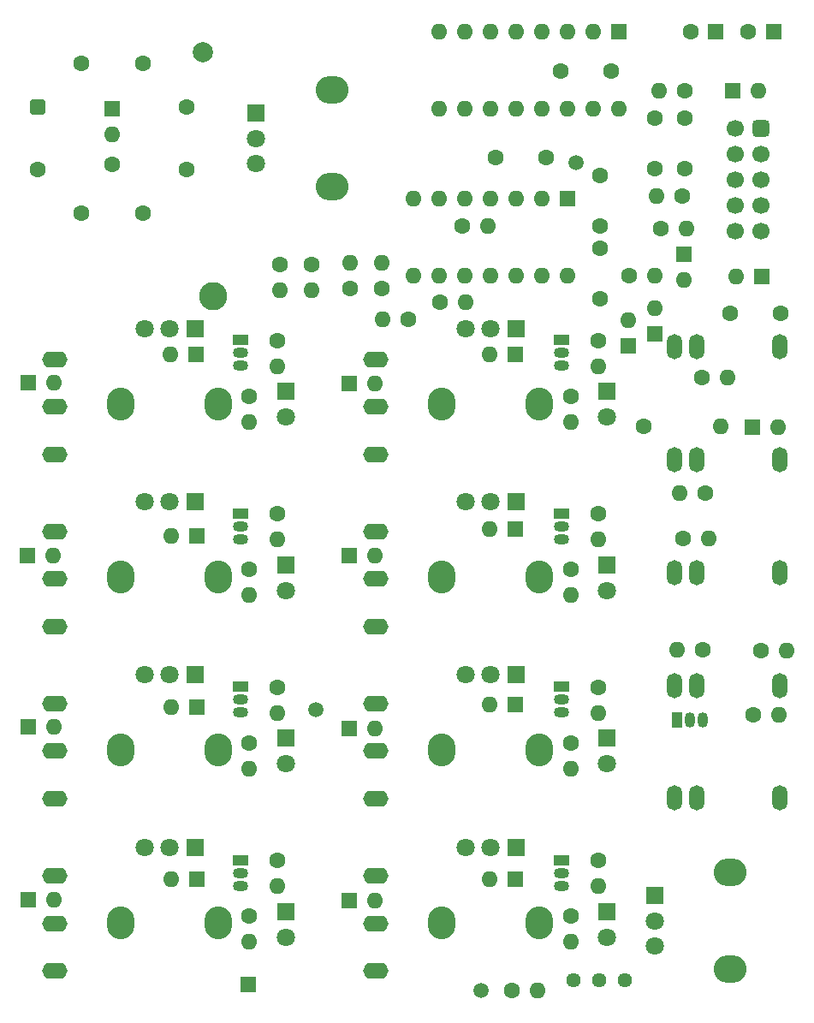
<source format=gts>
G04 #@! TF.GenerationSoftware,KiCad,Pcbnew,7.0.10*
G04 #@! TF.CreationDate,2024-02-02T08:29:15+10:00*
G04 #@! TF.ProjectId,MK_Seq take 2,4d4b5f53-6571-4207-9461-6b6520322e6b,rev?*
G04 #@! TF.SameCoordinates,Original*
G04 #@! TF.FileFunction,Soldermask,Top*
G04 #@! TF.FilePolarity,Negative*
%FSLAX46Y46*%
G04 Gerber Fmt 4.6, Leading zero omitted, Abs format (unit mm)*
G04 Created by KiCad (PCBNEW 7.0.10) date 2024-02-02 08:29:15*
%MOMM*%
%LPD*%
G01*
G04 APERTURE LIST*
G04 Aperture macros list*
%AMRoundRect*
0 Rectangle with rounded corners*
0 $1 Rounding radius*
0 $2 $3 $4 $5 $6 $7 $8 $9 X,Y pos of 4 corners*
0 Add a 4 corners polygon primitive as box body*
4,1,4,$2,$3,$4,$5,$6,$7,$8,$9,$2,$3,0*
0 Add four circle primitives for the rounded corners*
1,1,$1+$1,$2,$3*
1,1,$1+$1,$4,$5*
1,1,$1+$1,$6,$7*
1,1,$1+$1,$8,$9*
0 Add four rect primitives between the rounded corners*
20,1,$1+$1,$2,$3,$4,$5,0*
20,1,$1+$1,$4,$5,$6,$7,0*
20,1,$1+$1,$6,$7,$8,$9,0*
20,1,$1+$1,$8,$9,$2,$3,0*%
G04 Aperture macros list end*
%ADD10R,1.800000X1.800000*%
%ADD11C,1.800000*%
%ADD12O,2.500000X1.600000*%
%ADD13O,2.720000X3.240000*%
%ADD14C,1.600000*%
%ADD15O,1.600000X1.600000*%
%ADD16R,1.600000X1.600000*%
%ADD17O,1.500000X2.500000*%
%ADD18O,3.240000X2.720000*%
%ADD19C,2.800000*%
%ADD20C,1.500000*%
%ADD21R,1.500000X1.500000*%
%ADD22RoundRect,0.400000X-0.400000X0.400000X-0.400000X-0.400000X0.400000X-0.400000X0.400000X0.400000X0*%
%ADD23C,2.000000*%
%ADD24C,1.440000*%
%ADD25R,1.500000X1.050000*%
%ADD26O,1.500000X1.050000*%
%ADD27R,1.050000X1.500000*%
%ADD28O,1.050000X1.500000*%
%ADD29C,1.700000*%
%ADD30RoundRect,0.425000X-0.425000X-0.425000X0.425000X-0.425000X0.425000X0.425000X-0.425000X0.425000X0*%
G04 APERTURE END LIST*
D10*
X88900000Y-123185000D03*
D11*
X88900000Y-125725000D03*
D10*
X88900000Y-71750000D03*
D11*
X88900000Y-74290000D03*
D12*
X97789275Y-95017095D03*
X97790000Y-90305820D03*
X97790060Y-85604154D03*
X66039335Y-112037915D03*
X66040060Y-107326640D03*
X66040120Y-102624974D03*
D13*
X113980725Y-107235000D03*
X104380725Y-107235000D03*
D10*
X111680725Y-99735000D03*
D11*
X109180725Y-99735000D03*
X106680725Y-99735000D03*
D14*
X91500000Y-59200000D03*
D15*
X91500000Y-61740000D03*
D14*
X128400000Y-49700000D03*
X128400000Y-44700000D03*
X125400000Y-49700000D03*
X125400000Y-44700000D03*
X128145000Y-52400000D03*
D15*
X125605000Y-52400000D03*
D16*
X133148629Y-42000000D03*
D15*
X135688629Y-42000000D03*
D14*
X98400000Y-61597967D03*
D15*
X98400000Y-59057967D03*
D17*
X127395000Y-67310000D03*
X129595000Y-67310000D03*
X137795000Y-67310000D03*
D14*
X95247034Y-61600000D03*
D15*
X95247034Y-59060000D03*
D13*
X82230000Y-90130000D03*
X72630000Y-90130000D03*
D10*
X79930000Y-82630000D03*
D11*
X77430000Y-82630000D03*
X74930000Y-82630000D03*
D10*
X120650000Y-123185000D03*
D11*
X120650000Y-125725000D03*
D18*
X132892122Y-119305000D03*
X132892122Y-128905000D03*
D10*
X125392122Y-121605000D03*
D11*
X125392122Y-124105000D03*
X125392122Y-126605000D03*
D18*
X93500000Y-41910000D03*
X93500000Y-51510000D03*
D10*
X86000000Y-44210000D03*
D11*
X86000000Y-46710000D03*
X86000000Y-49210000D03*
D13*
X113980725Y-90130000D03*
X104380725Y-90130000D03*
D10*
X111680725Y-82630000D03*
D11*
X109180725Y-82630000D03*
X106680725Y-82630000D03*
D12*
X66039335Y-77996275D03*
X66040060Y-73285000D03*
X66040120Y-68583334D03*
D13*
X113980725Y-124340000D03*
X104380725Y-124340000D03*
D10*
X111680725Y-116840000D03*
D11*
X109180725Y-116840000D03*
X106680725Y-116840000D03*
D14*
X88340337Y-59212823D03*
D15*
X88340337Y-61752823D03*
D13*
X82230000Y-124340000D03*
X72630000Y-124340000D03*
D10*
X79930000Y-116840000D03*
D11*
X77430000Y-116840000D03*
X74930000Y-116840000D03*
D10*
X88900000Y-88895000D03*
D11*
X88900000Y-91435000D03*
D17*
X127395000Y-89645000D03*
X129595000Y-89645000D03*
X137795000Y-89645000D03*
D13*
X82230000Y-73025000D03*
X72630000Y-73025000D03*
D10*
X79930000Y-65525000D03*
D11*
X77430000Y-65525000D03*
X74930000Y-65525000D03*
D19*
X81700000Y-62300000D03*
D20*
X108200000Y-131000000D03*
D10*
X120650000Y-106040000D03*
D11*
X120650000Y-108580000D03*
D21*
X85200000Y-130400000D03*
D20*
X91900000Y-103200000D03*
X117600000Y-49100000D03*
D12*
X66039335Y-129058735D03*
X66040060Y-124347460D03*
X66040120Y-119645794D03*
D14*
X128400000Y-42000000D03*
D15*
X125860000Y-42000000D03*
D12*
X97789275Y-112037915D03*
X97790000Y-107326640D03*
X97790060Y-102624974D03*
D13*
X113980725Y-73025000D03*
X104380725Y-73025000D03*
D10*
X111680725Y-65525000D03*
D11*
X109180725Y-65525000D03*
X106680725Y-65525000D03*
D22*
X64373293Y-43645857D03*
D14*
X68706480Y-39333953D03*
X74813376Y-39335544D03*
X79145517Y-43649240D03*
X79145662Y-49772801D03*
X74813062Y-54099460D03*
X68693053Y-54094640D03*
X64362050Y-49768310D03*
X71763395Y-49260613D03*
D12*
X66039335Y-95017095D03*
X66040060Y-90305820D03*
X66040120Y-85604154D03*
X97789275Y-77996275D03*
X97790000Y-73285000D03*
X97790060Y-68583334D03*
D17*
X127395000Y-111980000D03*
X129595000Y-111980000D03*
X137795000Y-111980000D03*
X127395000Y-100812500D03*
X129595000Y-100812500D03*
X137795000Y-100812500D03*
D13*
X82230000Y-107235000D03*
X72630000Y-107235000D03*
D10*
X79930000Y-99735000D03*
D11*
X77430000Y-99735000D03*
X74930000Y-99735000D03*
D16*
X136000000Y-60400000D03*
D15*
X133460000Y-60400000D03*
D16*
X121905000Y-36195000D03*
D15*
X119365000Y-36195000D03*
X116825000Y-36195000D03*
X114285000Y-36195000D03*
X111745000Y-36195000D03*
X109205000Y-36195000D03*
X106665000Y-36195000D03*
X104125000Y-36195000D03*
X104125000Y-43815000D03*
X106665000Y-43815000D03*
X109205000Y-43815000D03*
X111745000Y-43815000D03*
X114285000Y-43815000D03*
X116825000Y-43815000D03*
X119365000Y-43815000D03*
X121905000Y-43815000D03*
D23*
X80700000Y-38200000D03*
D16*
X116830000Y-52700000D03*
D15*
X114290000Y-52700000D03*
X111750000Y-52700000D03*
X109210000Y-52700000D03*
X106670000Y-52700000D03*
X104130000Y-52700000D03*
X101590000Y-52700000D03*
X101590000Y-60320000D03*
X104130000Y-60320000D03*
X106670000Y-60320000D03*
X109210000Y-60320000D03*
X111750000Y-60320000D03*
X114290000Y-60320000D03*
X116830000Y-60320000D03*
D14*
X122860000Y-60300000D03*
D15*
X125400000Y-60300000D03*
D12*
X97789275Y-129058735D03*
X97790000Y-124347460D03*
X97790060Y-119645794D03*
D10*
X120650000Y-71750000D03*
D11*
X120650000Y-74290000D03*
D17*
X127395000Y-78477500D03*
X129595000Y-78477500D03*
X137795000Y-78477500D03*
D10*
X88900000Y-106040000D03*
D11*
X88900000Y-108580000D03*
D10*
X120650000Y-88895000D03*
D11*
X120650000Y-91435000D03*
D16*
X80125686Y-120000000D03*
D15*
X77585686Y-120000000D03*
D16*
X111600000Y-102700000D03*
D15*
X109060000Y-102700000D03*
D14*
X85300000Y-89353333D03*
D15*
X85300000Y-91893333D03*
D14*
X117100000Y-123660000D03*
D15*
X117100000Y-126200000D03*
D14*
X119800000Y-118155000D03*
D15*
X119800000Y-120695000D03*
D14*
X130445000Y-81800000D03*
D15*
X127905000Y-81800000D03*
D24*
X117420000Y-130000000D03*
X119960000Y-130000000D03*
X122500000Y-130000000D03*
D14*
X88054135Y-83867497D03*
D15*
X88054135Y-86407497D03*
D14*
X117100000Y-89326666D03*
D15*
X117100000Y-91866666D03*
D16*
X111600000Y-68100000D03*
D15*
X109060000Y-68100000D03*
D16*
X128300000Y-58174314D03*
D15*
X128300000Y-60714314D03*
D14*
X130055000Y-70400000D03*
D15*
X132595000Y-70400000D03*
D16*
X95174315Y-105060000D03*
D15*
X97714315Y-105060000D03*
D14*
X106360000Y-55400000D03*
D15*
X108900000Y-55400000D03*
D14*
X114700000Y-48600000D03*
X109700000Y-48600000D03*
D25*
X116205725Y-66675000D03*
D26*
X116205725Y-67945000D03*
X116205725Y-69215000D03*
D25*
X84455000Y-83820000D03*
D26*
X84455000Y-85090000D03*
X84455000Y-86360000D03*
D16*
X122800000Y-67225686D03*
D15*
X122800000Y-64685686D03*
D14*
X117100000Y-106493332D03*
D15*
X117100000Y-109033332D03*
D14*
X88054135Y-66721246D03*
D15*
X88054135Y-69261246D03*
D14*
X85300000Y-106506666D03*
D15*
X85300000Y-109046666D03*
D16*
X63474315Y-104900000D03*
D15*
X66014315Y-104900000D03*
D14*
X104155000Y-62900000D03*
D15*
X106695000Y-62900000D03*
D16*
X137160000Y-36195000D03*
D14*
X134660000Y-36195000D03*
D16*
X95174315Y-88020000D03*
D15*
X97714315Y-88020000D03*
D25*
X116205725Y-100965000D03*
D26*
X116205725Y-102235000D03*
X116205725Y-103505000D03*
D14*
X88054135Y-118160000D03*
D15*
X88054135Y-120700000D03*
D14*
X119800000Y-66700000D03*
D15*
X119800000Y-69240000D03*
D25*
X116205725Y-83820000D03*
D26*
X116205725Y-85090000D03*
X116205725Y-86360000D03*
D16*
X95174315Y-70980000D03*
D15*
X97714315Y-70980000D03*
D16*
X80125686Y-86000000D03*
D15*
X77585686Y-86000000D03*
D14*
X85300000Y-123660000D03*
D15*
X85300000Y-126200000D03*
D14*
X119800000Y-101003332D03*
D15*
X119800000Y-103543332D03*
D16*
X131445000Y-36195000D03*
D14*
X128945000Y-36195000D03*
X126000000Y-55600000D03*
D15*
X128540000Y-55600000D03*
D25*
X84455000Y-100965000D03*
D26*
X84455000Y-102235000D03*
X84455000Y-103505000D03*
D16*
X80125686Y-103000000D03*
D15*
X77585686Y-103000000D03*
D14*
X111255000Y-131000000D03*
D15*
X113795000Y-131000000D03*
D27*
X127660000Y-104200000D03*
D28*
X128930000Y-104200000D03*
X130200000Y-104200000D03*
D14*
X137855839Y-64045436D03*
X132855839Y-64045436D03*
D16*
X63474315Y-122000000D03*
D15*
X66014315Y-122000000D03*
D16*
X71755000Y-43815000D03*
D15*
X71755000Y-46355000D03*
D16*
X63474315Y-70900000D03*
D15*
X66014315Y-70900000D03*
D16*
X63374315Y-88000000D03*
D15*
X65914315Y-88000000D03*
D14*
X128247045Y-86258390D03*
D15*
X130787045Y-86258390D03*
D16*
X135060000Y-75300000D03*
D15*
X137600000Y-75300000D03*
D14*
X117100000Y-72260000D03*
D15*
X117100000Y-74800000D03*
D25*
X116205725Y-118110000D03*
D26*
X116205725Y-119380000D03*
X116205725Y-120650000D03*
D16*
X95174315Y-122100000D03*
D15*
X97714315Y-122100000D03*
D14*
X130200000Y-97300000D03*
D15*
X127660000Y-97300000D03*
D16*
X80040000Y-68100000D03*
D15*
X77500000Y-68100000D03*
D14*
X120000000Y-62600000D03*
X120000000Y-57600000D03*
D16*
X125400000Y-66025686D03*
D15*
X125400000Y-63485686D03*
D14*
X135200000Y-103700000D03*
D15*
X137740000Y-103700000D03*
D16*
X111600000Y-85400000D03*
D15*
X109060000Y-85400000D03*
D14*
X101045000Y-64600000D03*
D15*
X98505000Y-64600000D03*
D25*
X84455000Y-66675000D03*
D26*
X84455000Y-67945000D03*
X84455000Y-69215000D03*
D14*
X124290000Y-75200000D03*
D15*
X131910000Y-75200000D03*
D14*
X121100000Y-40100000D03*
X116100000Y-40100000D03*
X119800000Y-83851666D03*
D15*
X119800000Y-86391666D03*
D14*
X120000000Y-50400000D03*
X120000000Y-55400000D03*
D16*
X111600000Y-120000000D03*
D15*
X109060000Y-120000000D03*
D25*
X84455000Y-118110000D03*
D26*
X84455000Y-119380000D03*
X84455000Y-120650000D03*
D29*
X133360000Y-55880000D03*
X135900000Y-55880000D03*
X133360000Y-53340000D03*
X135900000Y-53340000D03*
X133360000Y-50800000D03*
X135900000Y-50800000D03*
X133360000Y-48260000D03*
X135900000Y-48260000D03*
X133360000Y-45720000D03*
D30*
X135900000Y-45720000D03*
D14*
X135955000Y-97400000D03*
D15*
X138495000Y-97400000D03*
D14*
X88054135Y-101013748D03*
D15*
X88054135Y-103553748D03*
D14*
X85300000Y-72200000D03*
D15*
X85300000Y-74740000D03*
M02*

</source>
